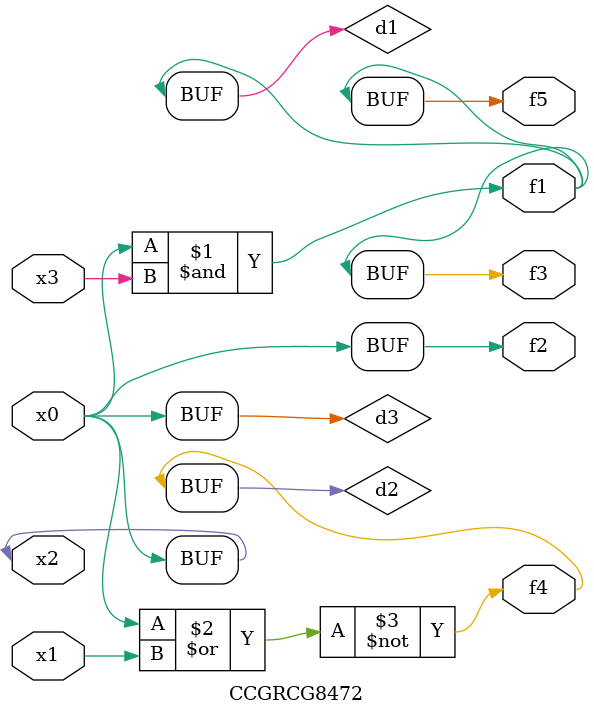
<source format=v>
module CCGRCG8472(
	input x0, x1, x2, x3,
	output f1, f2, f3, f4, f5
);

	wire d1, d2, d3;

	and (d1, x2, x3);
	nor (d2, x0, x1);
	buf (d3, x0, x2);
	assign f1 = d1;
	assign f2 = d3;
	assign f3 = d1;
	assign f4 = d2;
	assign f5 = d1;
endmodule

</source>
